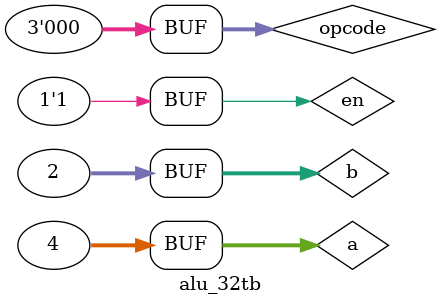
<source format=v>
`timescale 1ns / 1ps


module alu_32tb;

	// Inputs
	reg [31:0] a;
	reg [31:0] b;
	reg en;
	reg [2:0] opcode;

	// Outputs
	wire [31:0] result;

	// Instantiate the Unit Under Test (UUT)
	alu_32 uut (
		.a(a), 
		.b(b), 
		.result(result), 
		.en(en), 
		.opcode(opcode)
	);

	initial begin
		// Initialize Inputs
		a = 0;
		b = 0;
		en = 1'b0;
		#10 en=1'b1;
		a=32'd4;b=32'd2;
		
		opcode = 0;

		// Wait 100 ns for global reset to finish
		#100;
        
		// Add stimulus here

	end
      
endmodule


</source>
